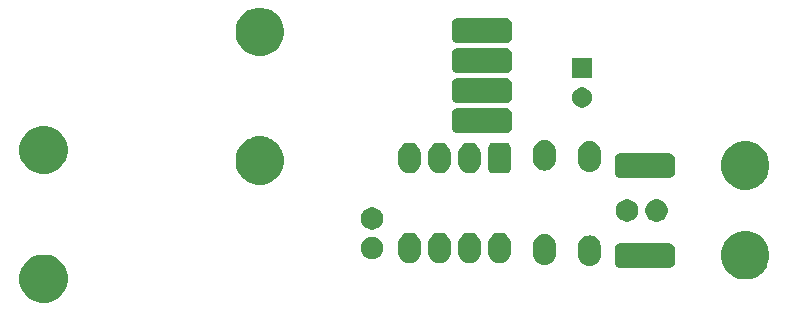
<source format=gbr>
G04 #@! TF.GenerationSoftware,KiCad,Pcbnew,5.1.5+dfsg1-2build2*
G04 #@! TF.CreationDate,2022-07-20T01:20:36+02:00*
G04 #@! TF.ProjectId,CapacitiveSensor,43617061-6369-4746-9976-6553656e736f,rev?*
G04 #@! TF.SameCoordinates,Original*
G04 #@! TF.FileFunction,Soldermask,Top*
G04 #@! TF.FilePolarity,Negative*
%FSLAX46Y46*%
G04 Gerber Fmt 4.6, Leading zero omitted, Abs format (unit mm)*
G04 Created by KiCad (PCBNEW 5.1.5+dfsg1-2build2) date 2022-07-20 01:20:36*
%MOMM*%
%LPD*%
G04 APERTURE LIST*
%ADD10C,0.100000*%
G04 APERTURE END LIST*
D10*
G36*
X26768254Y-69847818D02*
G01*
X27141511Y-70002426D01*
X27141513Y-70002427D01*
X27477436Y-70226884D01*
X27763116Y-70512564D01*
X27956185Y-70801511D01*
X27987574Y-70848489D01*
X28142182Y-71221746D01*
X28221000Y-71617993D01*
X28221000Y-72022007D01*
X28142182Y-72418254D01*
X27987574Y-72791511D01*
X27987573Y-72791513D01*
X27763116Y-73127436D01*
X27477436Y-73413116D01*
X27141513Y-73637573D01*
X27141512Y-73637574D01*
X27141511Y-73637574D01*
X26768254Y-73792182D01*
X26372007Y-73871000D01*
X25967993Y-73871000D01*
X25571746Y-73792182D01*
X25198489Y-73637574D01*
X25198488Y-73637574D01*
X25198487Y-73637573D01*
X24862564Y-73413116D01*
X24576884Y-73127436D01*
X24352427Y-72791513D01*
X24352426Y-72791511D01*
X24197818Y-72418254D01*
X24119000Y-72022007D01*
X24119000Y-71617993D01*
X24197818Y-71221746D01*
X24352426Y-70848489D01*
X24383816Y-70801511D01*
X24576884Y-70512564D01*
X24862564Y-70226884D01*
X25198487Y-70002427D01*
X25198489Y-70002426D01*
X25571746Y-69847818D01*
X25967993Y-69769000D01*
X26372007Y-69769000D01*
X26768254Y-69847818D01*
G37*
G36*
X86163254Y-67857818D02*
G01*
X86536511Y-68012426D01*
X86536513Y-68012427D01*
X86872436Y-68236884D01*
X87158116Y-68522564D01*
X87349572Y-68809097D01*
X87382574Y-68858489D01*
X87537182Y-69231746D01*
X87616000Y-69627993D01*
X87616000Y-70032007D01*
X87537182Y-70428254D01*
X87426738Y-70694889D01*
X87382573Y-70801513D01*
X87158116Y-71137436D01*
X86872436Y-71423116D01*
X86536513Y-71647573D01*
X86536512Y-71647574D01*
X86536511Y-71647574D01*
X86163254Y-71802182D01*
X85767007Y-71881000D01*
X85362993Y-71881000D01*
X84966746Y-71802182D01*
X84593489Y-71647574D01*
X84593488Y-71647574D01*
X84593487Y-71647573D01*
X84257564Y-71423116D01*
X83971884Y-71137436D01*
X83747427Y-70801513D01*
X83703262Y-70694889D01*
X83592818Y-70428254D01*
X83514000Y-70032007D01*
X83514000Y-69627993D01*
X83592818Y-69231746D01*
X83747426Y-68858489D01*
X83780429Y-68809097D01*
X83971884Y-68522564D01*
X84257564Y-68236884D01*
X84593487Y-68012427D01*
X84593489Y-68012426D01*
X84966746Y-67857818D01*
X85362993Y-67779000D01*
X85767007Y-67779000D01*
X86163254Y-67857818D01*
G37*
G36*
X79243210Y-68808489D02*
G01*
X79329950Y-68834802D01*
X79409889Y-68877530D01*
X79479962Y-68935038D01*
X79537470Y-69005111D01*
X79580198Y-69085050D01*
X79606511Y-69171790D01*
X79616000Y-69268140D01*
X79616000Y-70431860D01*
X79606511Y-70528210D01*
X79580198Y-70614950D01*
X79537470Y-70694889D01*
X79479962Y-70764962D01*
X79409889Y-70822470D01*
X79329950Y-70865198D01*
X79243210Y-70891511D01*
X79146860Y-70901000D01*
X74983140Y-70901000D01*
X74886790Y-70891511D01*
X74800050Y-70865198D01*
X74720111Y-70822470D01*
X74650038Y-70764962D01*
X74592530Y-70694889D01*
X74549802Y-70614950D01*
X74523489Y-70528210D01*
X74514000Y-70431860D01*
X74514000Y-69268140D01*
X74523489Y-69171790D01*
X74549802Y-69085050D01*
X74592530Y-69005111D01*
X74650038Y-68935038D01*
X74720111Y-68877530D01*
X74800050Y-68834802D01*
X74886790Y-68808489D01*
X74983140Y-68799000D01*
X79146860Y-68799000D01*
X79243210Y-68808489D01*
G37*
G36*
X72576425Y-68172760D02*
G01*
X72576428Y-68172761D01*
X72576429Y-68172761D01*
X72755693Y-68227140D01*
X72755696Y-68227142D01*
X72755697Y-68227142D01*
X72920903Y-68315446D01*
X73065712Y-68434288D01*
X73184554Y-68579097D01*
X73237725Y-68678574D01*
X73272860Y-68744307D01*
X73300311Y-68834802D01*
X73327240Y-68923574D01*
X73341000Y-69063283D01*
X73341000Y-69856718D01*
X73327240Y-69996425D01*
X73327239Y-69996428D01*
X73327239Y-69996429D01*
X73272860Y-70175693D01*
X73272858Y-70175696D01*
X73272858Y-70175697D01*
X73184554Y-70340903D01*
X73065712Y-70485712D01*
X72920903Y-70604554D01*
X72755696Y-70692858D01*
X72755692Y-70692860D01*
X72576428Y-70747239D01*
X72576427Y-70747239D01*
X72576424Y-70747240D01*
X72390000Y-70765601D01*
X72203575Y-70747240D01*
X72203572Y-70747239D01*
X72203571Y-70747239D01*
X72024307Y-70692860D01*
X72024303Y-70692858D01*
X71859097Y-70604554D01*
X71714288Y-70485712D01*
X71595446Y-70340903D01*
X71507142Y-70175696D01*
X71507141Y-70175693D01*
X71507140Y-70175692D01*
X71452761Y-69996428D01*
X71452761Y-69996427D01*
X71452760Y-69996424D01*
X71439000Y-69856717D01*
X71439000Y-69063282D01*
X71452760Y-68923570D01*
X71507140Y-68744308D01*
X71595447Y-68579097D01*
X71714289Y-68434288D01*
X71859098Y-68315446D01*
X72024304Y-68227142D01*
X72024305Y-68227142D01*
X72024308Y-68227140D01*
X72203572Y-68172761D01*
X72203573Y-68172761D01*
X72203576Y-68172760D01*
X72390000Y-68154399D01*
X72576425Y-68172760D01*
G37*
G36*
X68766425Y-68062760D02*
G01*
X68766428Y-68062761D01*
X68766429Y-68062761D01*
X68945693Y-68117140D01*
X68945696Y-68117142D01*
X68945697Y-68117142D01*
X69110903Y-68205446D01*
X69255712Y-68324288D01*
X69374554Y-68469097D01*
X69433350Y-68579097D01*
X69462860Y-68634307D01*
X69502364Y-68764534D01*
X69517240Y-68813574D01*
X69531000Y-68953283D01*
X69531000Y-69746718D01*
X69517240Y-69886425D01*
X69517239Y-69886428D01*
X69517239Y-69886429D01*
X69462860Y-70065693D01*
X69462858Y-70065696D01*
X69462858Y-70065697D01*
X69374554Y-70230903D01*
X69255712Y-70375712D01*
X69110903Y-70494554D01*
X68957404Y-70576600D01*
X68945692Y-70582860D01*
X68766428Y-70637239D01*
X68766427Y-70637239D01*
X68766424Y-70637240D01*
X68580000Y-70655601D01*
X68393575Y-70637240D01*
X68393572Y-70637239D01*
X68393571Y-70637239D01*
X68214307Y-70582860D01*
X68202595Y-70576600D01*
X68049097Y-70494554D01*
X67904288Y-70375712D01*
X67785446Y-70230903D01*
X67697142Y-70065696D01*
X67697141Y-70065693D01*
X67697140Y-70065692D01*
X67642761Y-69886428D01*
X67642761Y-69886427D01*
X67642760Y-69886424D01*
X67629000Y-69746717D01*
X67629000Y-68953282D01*
X67642760Y-68813570D01*
X67697140Y-68634308D01*
X67785447Y-68469097D01*
X67904289Y-68324288D01*
X68049098Y-68205446D01*
X68214304Y-68117142D01*
X68214305Y-68117142D01*
X68214308Y-68117140D01*
X68393572Y-68062761D01*
X68393573Y-68062761D01*
X68393576Y-68062760D01*
X68580000Y-68044399D01*
X68766425Y-68062760D01*
G37*
G36*
X57336425Y-67927760D02*
G01*
X57336428Y-67927761D01*
X57336429Y-67927761D01*
X57515693Y-67982140D01*
X57515696Y-67982142D01*
X57515697Y-67982142D01*
X57680903Y-68070446D01*
X57825712Y-68189288D01*
X57944554Y-68334097D01*
X58032859Y-68499305D01*
X58087240Y-68678574D01*
X58101000Y-68818283D01*
X58101000Y-69611718D01*
X58087240Y-69751425D01*
X58087239Y-69751428D01*
X58087239Y-69751429D01*
X58032860Y-69930693D01*
X58032858Y-69930696D01*
X58032858Y-69930697D01*
X57944554Y-70095903D01*
X57825712Y-70240712D01*
X57680903Y-70359554D01*
X57545626Y-70431860D01*
X57515692Y-70447860D01*
X57336428Y-70502239D01*
X57336427Y-70502239D01*
X57336424Y-70502240D01*
X57150000Y-70520601D01*
X56963575Y-70502240D01*
X56963572Y-70502239D01*
X56963571Y-70502239D01*
X56784307Y-70447860D01*
X56754373Y-70431860D01*
X56619097Y-70359554D01*
X56474288Y-70240712D01*
X56355446Y-70095903D01*
X56267142Y-69930696D01*
X56267141Y-69930693D01*
X56267140Y-69930692D01*
X56212761Y-69751428D01*
X56212761Y-69751427D01*
X56212760Y-69751424D01*
X56199000Y-69611717D01*
X56199000Y-68818282D01*
X56212760Y-68678570D01*
X56267140Y-68499308D01*
X56355447Y-68334097D01*
X56474289Y-68189288D01*
X56619098Y-68070446D01*
X56784304Y-67982142D01*
X56784305Y-67982142D01*
X56784308Y-67982140D01*
X56963572Y-67927761D01*
X56963573Y-67927761D01*
X56963576Y-67927760D01*
X57150000Y-67909399D01*
X57336425Y-67927760D01*
G37*
G36*
X59876425Y-67927760D02*
G01*
X59876428Y-67927761D01*
X59876429Y-67927761D01*
X60055693Y-67982140D01*
X60055696Y-67982142D01*
X60055697Y-67982142D01*
X60220903Y-68070446D01*
X60365712Y-68189288D01*
X60484554Y-68334097D01*
X60572859Y-68499305D01*
X60627240Y-68678574D01*
X60641000Y-68818283D01*
X60641000Y-69611718D01*
X60627240Y-69751425D01*
X60627239Y-69751428D01*
X60627239Y-69751429D01*
X60572860Y-69930693D01*
X60572858Y-69930696D01*
X60572858Y-69930697D01*
X60484554Y-70095903D01*
X60365712Y-70240712D01*
X60220903Y-70359554D01*
X60085626Y-70431860D01*
X60055692Y-70447860D01*
X59876428Y-70502239D01*
X59876427Y-70502239D01*
X59876424Y-70502240D01*
X59690000Y-70520601D01*
X59503575Y-70502240D01*
X59503572Y-70502239D01*
X59503571Y-70502239D01*
X59324307Y-70447860D01*
X59294373Y-70431860D01*
X59159097Y-70359554D01*
X59014288Y-70240712D01*
X58895446Y-70095903D01*
X58807142Y-69930696D01*
X58807141Y-69930693D01*
X58807140Y-69930692D01*
X58752761Y-69751428D01*
X58752761Y-69751427D01*
X58752760Y-69751424D01*
X58739000Y-69611717D01*
X58739000Y-68818282D01*
X58752760Y-68678570D01*
X58807140Y-68499308D01*
X58895447Y-68334097D01*
X59014289Y-68189288D01*
X59159098Y-68070446D01*
X59324304Y-67982142D01*
X59324305Y-67982142D01*
X59324308Y-67982140D01*
X59503572Y-67927761D01*
X59503573Y-67927761D01*
X59503576Y-67927760D01*
X59690000Y-67909399D01*
X59876425Y-67927760D01*
G37*
G36*
X62416425Y-67927760D02*
G01*
X62416428Y-67927761D01*
X62416429Y-67927761D01*
X62595693Y-67982140D01*
X62595696Y-67982142D01*
X62595697Y-67982142D01*
X62760903Y-68070446D01*
X62905712Y-68189288D01*
X63024554Y-68334097D01*
X63112859Y-68499305D01*
X63167240Y-68678574D01*
X63181000Y-68818283D01*
X63181000Y-69611718D01*
X63167240Y-69751425D01*
X63167239Y-69751428D01*
X63167239Y-69751429D01*
X63112860Y-69930693D01*
X63112858Y-69930696D01*
X63112858Y-69930697D01*
X63024554Y-70095903D01*
X62905712Y-70240712D01*
X62760903Y-70359554D01*
X62625626Y-70431860D01*
X62595692Y-70447860D01*
X62416428Y-70502239D01*
X62416427Y-70502239D01*
X62416424Y-70502240D01*
X62230000Y-70520601D01*
X62043575Y-70502240D01*
X62043572Y-70502239D01*
X62043571Y-70502239D01*
X61864307Y-70447860D01*
X61834373Y-70431860D01*
X61699097Y-70359554D01*
X61554288Y-70240712D01*
X61435446Y-70095903D01*
X61347142Y-69930696D01*
X61347141Y-69930693D01*
X61347140Y-69930692D01*
X61292761Y-69751428D01*
X61292761Y-69751427D01*
X61292760Y-69751424D01*
X61279000Y-69611717D01*
X61279000Y-68818282D01*
X61292760Y-68678570D01*
X61347140Y-68499308D01*
X61435447Y-68334097D01*
X61554289Y-68189288D01*
X61699098Y-68070446D01*
X61864304Y-67982142D01*
X61864305Y-67982142D01*
X61864308Y-67982140D01*
X62043572Y-67927761D01*
X62043573Y-67927761D01*
X62043576Y-67927760D01*
X62230000Y-67909399D01*
X62416425Y-67927760D01*
G37*
G36*
X64956425Y-67927760D02*
G01*
X64956428Y-67927761D01*
X64956429Y-67927761D01*
X65135693Y-67982140D01*
X65135696Y-67982142D01*
X65135697Y-67982142D01*
X65300903Y-68070446D01*
X65445712Y-68189288D01*
X65564554Y-68334097D01*
X65652859Y-68499305D01*
X65707240Y-68678574D01*
X65721000Y-68818283D01*
X65721000Y-69611718D01*
X65707240Y-69751425D01*
X65707239Y-69751428D01*
X65707239Y-69751429D01*
X65652860Y-69930693D01*
X65652858Y-69930696D01*
X65652858Y-69930697D01*
X65564554Y-70095903D01*
X65445712Y-70240712D01*
X65300903Y-70359554D01*
X65165626Y-70431860D01*
X65135692Y-70447860D01*
X64956428Y-70502239D01*
X64956427Y-70502239D01*
X64956424Y-70502240D01*
X64770000Y-70520601D01*
X64583575Y-70502240D01*
X64583572Y-70502239D01*
X64583571Y-70502239D01*
X64404307Y-70447860D01*
X64374373Y-70431860D01*
X64239097Y-70359554D01*
X64094288Y-70240712D01*
X63975446Y-70095903D01*
X63887142Y-69930696D01*
X63887141Y-69930693D01*
X63887140Y-69930692D01*
X63832761Y-69751428D01*
X63832761Y-69751427D01*
X63832760Y-69751424D01*
X63819000Y-69611717D01*
X63819000Y-68818282D01*
X63832760Y-68678570D01*
X63887140Y-68499308D01*
X63975447Y-68334097D01*
X64094289Y-68189288D01*
X64239098Y-68070446D01*
X64404304Y-67982142D01*
X64404305Y-67982142D01*
X64404308Y-67982140D01*
X64583572Y-67927761D01*
X64583573Y-67927761D01*
X64583576Y-67927760D01*
X64770000Y-67909399D01*
X64956425Y-67927760D01*
G37*
G36*
X54252395Y-68300546D02*
G01*
X54425466Y-68372234D01*
X54425467Y-68372235D01*
X54581227Y-68476310D01*
X54713690Y-68608773D01*
X54713691Y-68608775D01*
X54817766Y-68764534D01*
X54889454Y-68937605D01*
X54926000Y-69121333D01*
X54926000Y-69308667D01*
X54889454Y-69492395D01*
X54817766Y-69665466D01*
X54817765Y-69665467D01*
X54713690Y-69821227D01*
X54581227Y-69953690D01*
X54517271Y-69996424D01*
X54425466Y-70057766D01*
X54252395Y-70129454D01*
X54068667Y-70166000D01*
X53881333Y-70166000D01*
X53697605Y-70129454D01*
X53524534Y-70057766D01*
X53432729Y-69996424D01*
X53368773Y-69953690D01*
X53236310Y-69821227D01*
X53132235Y-69665467D01*
X53132234Y-69665466D01*
X53060546Y-69492395D01*
X53024000Y-69308667D01*
X53024000Y-69121333D01*
X53060546Y-68937605D01*
X53132234Y-68764534D01*
X53236309Y-68608775D01*
X53236310Y-68608773D01*
X53368773Y-68476310D01*
X53524533Y-68372235D01*
X53524534Y-68372234D01*
X53697605Y-68300546D01*
X53881333Y-68264000D01*
X54068667Y-68264000D01*
X54252395Y-68300546D01*
G37*
G36*
X54252395Y-65800546D02*
G01*
X54425466Y-65872234D01*
X54425467Y-65872235D01*
X54581227Y-65976310D01*
X54713690Y-66108773D01*
X54766081Y-66187182D01*
X54817766Y-66264534D01*
X54889454Y-66437605D01*
X54926000Y-66621333D01*
X54926000Y-66808667D01*
X54889454Y-66992395D01*
X54817766Y-67165466D01*
X54817765Y-67165467D01*
X54713690Y-67321227D01*
X54581227Y-67453690D01*
X54502818Y-67506081D01*
X54425466Y-67557766D01*
X54252395Y-67629454D01*
X54068667Y-67666000D01*
X53881333Y-67666000D01*
X53697605Y-67629454D01*
X53524534Y-67557766D01*
X53447182Y-67506081D01*
X53368773Y-67453690D01*
X53236310Y-67321227D01*
X53132235Y-67165467D01*
X53132234Y-67165466D01*
X53060546Y-66992395D01*
X53024000Y-66808667D01*
X53024000Y-66621333D01*
X53060546Y-66437605D01*
X53132234Y-66264534D01*
X53183919Y-66187182D01*
X53236310Y-66108773D01*
X53368773Y-65976310D01*
X53524533Y-65872235D01*
X53524534Y-65872234D01*
X53697605Y-65800546D01*
X53881333Y-65764000D01*
X54068667Y-65764000D01*
X54252395Y-65800546D01*
G37*
G36*
X75842395Y-65125546D02*
G01*
X76015466Y-65197234D01*
X76015467Y-65197235D01*
X76171227Y-65301310D01*
X76303690Y-65433773D01*
X76303691Y-65433775D01*
X76407766Y-65589534D01*
X76479454Y-65762605D01*
X76516000Y-65946333D01*
X76516000Y-66133667D01*
X76479454Y-66317395D01*
X76407766Y-66490466D01*
X76407765Y-66490467D01*
X76303690Y-66646227D01*
X76171227Y-66778690D01*
X76126366Y-66808665D01*
X76015466Y-66882766D01*
X75842395Y-66954454D01*
X75658667Y-66991000D01*
X75471333Y-66991000D01*
X75287605Y-66954454D01*
X75114534Y-66882766D01*
X75003634Y-66808665D01*
X74958773Y-66778690D01*
X74826310Y-66646227D01*
X74722235Y-66490467D01*
X74722234Y-66490466D01*
X74650546Y-66317395D01*
X74614000Y-66133667D01*
X74614000Y-65946333D01*
X74650546Y-65762605D01*
X74722234Y-65589534D01*
X74826309Y-65433775D01*
X74826310Y-65433773D01*
X74958773Y-65301310D01*
X75114533Y-65197235D01*
X75114534Y-65197234D01*
X75287605Y-65125546D01*
X75471333Y-65089000D01*
X75658667Y-65089000D01*
X75842395Y-65125546D01*
G37*
G36*
X78342395Y-65125546D02*
G01*
X78515466Y-65197234D01*
X78515467Y-65197235D01*
X78671227Y-65301310D01*
X78803690Y-65433773D01*
X78803691Y-65433775D01*
X78907766Y-65589534D01*
X78979454Y-65762605D01*
X79016000Y-65946333D01*
X79016000Y-66133667D01*
X78979454Y-66317395D01*
X78907766Y-66490466D01*
X78907765Y-66490467D01*
X78803690Y-66646227D01*
X78671227Y-66778690D01*
X78626366Y-66808665D01*
X78515466Y-66882766D01*
X78342395Y-66954454D01*
X78158667Y-66991000D01*
X77971333Y-66991000D01*
X77787605Y-66954454D01*
X77614534Y-66882766D01*
X77503634Y-66808665D01*
X77458773Y-66778690D01*
X77326310Y-66646227D01*
X77222235Y-66490467D01*
X77222234Y-66490466D01*
X77150546Y-66317395D01*
X77114000Y-66133667D01*
X77114000Y-65946333D01*
X77150546Y-65762605D01*
X77222234Y-65589534D01*
X77326309Y-65433775D01*
X77326310Y-65433773D01*
X77458773Y-65301310D01*
X77614533Y-65197235D01*
X77614534Y-65197234D01*
X77787605Y-65125546D01*
X77971333Y-65089000D01*
X78158667Y-65089000D01*
X78342395Y-65125546D01*
G37*
G36*
X86163254Y-60257818D02*
G01*
X86536511Y-60412426D01*
X86536513Y-60412427D01*
X86872436Y-60636884D01*
X87158116Y-60922564D01*
X87381934Y-61257530D01*
X87382574Y-61258489D01*
X87537182Y-61631746D01*
X87616000Y-62027993D01*
X87616000Y-62432007D01*
X87537182Y-62828254D01*
X87382574Y-63201511D01*
X87382573Y-63201513D01*
X87158116Y-63537436D01*
X86872436Y-63823116D01*
X86536513Y-64047573D01*
X86536512Y-64047574D01*
X86536511Y-64047574D01*
X86163254Y-64202182D01*
X85767007Y-64281000D01*
X85362993Y-64281000D01*
X84966746Y-64202182D01*
X84593489Y-64047574D01*
X84593488Y-64047574D01*
X84593487Y-64047573D01*
X84257564Y-63823116D01*
X83971884Y-63537436D01*
X83747427Y-63201513D01*
X83747426Y-63201511D01*
X83592818Y-62828254D01*
X83514000Y-62432007D01*
X83514000Y-62027993D01*
X83592818Y-61631746D01*
X83747426Y-61258489D01*
X83748067Y-61257530D01*
X83971884Y-60922564D01*
X84257564Y-60636884D01*
X84593487Y-60412427D01*
X84593489Y-60412426D01*
X84966746Y-60257818D01*
X85362993Y-60179000D01*
X85767007Y-60179000D01*
X86163254Y-60257818D01*
G37*
G36*
X45068254Y-59847818D02*
G01*
X45311295Y-59948489D01*
X45441513Y-60002427D01*
X45777436Y-60226884D01*
X46063116Y-60512564D01*
X46217963Y-60744308D01*
X46287574Y-60848489D01*
X46442182Y-61221746D01*
X46521000Y-61617993D01*
X46521000Y-62022007D01*
X46442182Y-62418254D01*
X46302490Y-62755500D01*
X46287573Y-62791513D01*
X46063116Y-63127436D01*
X45777436Y-63413116D01*
X45441513Y-63637573D01*
X45441512Y-63637574D01*
X45441511Y-63637574D01*
X45068254Y-63792182D01*
X44672007Y-63871000D01*
X44267993Y-63871000D01*
X43871746Y-63792182D01*
X43498489Y-63637574D01*
X43498488Y-63637574D01*
X43498487Y-63637573D01*
X43162564Y-63413116D01*
X42876884Y-63127436D01*
X42652427Y-62791513D01*
X42637510Y-62755500D01*
X42497818Y-62418254D01*
X42419000Y-62022007D01*
X42419000Y-61617993D01*
X42497818Y-61221746D01*
X42652426Y-60848489D01*
X42722038Y-60744308D01*
X42876884Y-60512564D01*
X43162564Y-60226884D01*
X43498487Y-60002427D01*
X43628705Y-59948489D01*
X43871746Y-59847818D01*
X44267993Y-59769000D01*
X44672007Y-59769000D01*
X45068254Y-59847818D01*
G37*
G36*
X79243210Y-61188489D02*
G01*
X79329950Y-61214802D01*
X79409889Y-61257530D01*
X79479962Y-61315038D01*
X79537470Y-61385111D01*
X79580198Y-61465050D01*
X79606511Y-61551790D01*
X79616000Y-61648140D01*
X79616000Y-62811860D01*
X79606511Y-62908210D01*
X79580198Y-62994950D01*
X79537470Y-63074889D01*
X79479962Y-63144962D01*
X79409889Y-63202470D01*
X79329950Y-63245198D01*
X79243210Y-63271511D01*
X79146860Y-63281000D01*
X74983140Y-63281000D01*
X74886790Y-63271511D01*
X74800050Y-63245198D01*
X74720111Y-63202470D01*
X74650038Y-63144962D01*
X74592530Y-63074889D01*
X74549802Y-62994950D01*
X74523489Y-62908210D01*
X74514000Y-62811860D01*
X74514000Y-61648140D01*
X74523489Y-61551790D01*
X74549802Y-61465050D01*
X74592530Y-61385111D01*
X74650038Y-61315038D01*
X74720111Y-61257530D01*
X74800050Y-61214802D01*
X74886790Y-61188489D01*
X74983140Y-61179000D01*
X79146860Y-61179000D01*
X79243210Y-61188489D01*
G37*
G36*
X26768254Y-58947818D02*
G01*
X27141511Y-59102426D01*
X27141513Y-59102427D01*
X27477436Y-59326884D01*
X27763116Y-59612564D01*
X27920309Y-59847819D01*
X27987574Y-59948489D01*
X28142182Y-60321746D01*
X28221000Y-60717993D01*
X28221000Y-61122007D01*
X28142182Y-61518254D01*
X28047549Y-61746718D01*
X27987573Y-61891513D01*
X27763116Y-62227436D01*
X27477436Y-62513116D01*
X27141513Y-62737573D01*
X27141512Y-62737574D01*
X27141511Y-62737574D01*
X26768254Y-62892182D01*
X26372007Y-62971000D01*
X25967993Y-62971000D01*
X25571746Y-62892182D01*
X25198489Y-62737574D01*
X25198488Y-62737574D01*
X25198487Y-62737573D01*
X24862564Y-62513116D01*
X24576884Y-62227436D01*
X24352427Y-61891513D01*
X24292451Y-61746718D01*
X24197818Y-61518254D01*
X24119000Y-61122007D01*
X24119000Y-60717993D01*
X24197818Y-60321746D01*
X24352426Y-59948489D01*
X24419692Y-59847819D01*
X24576884Y-59612564D01*
X24862564Y-59326884D01*
X25198487Y-59102427D01*
X25198489Y-59102426D01*
X25571746Y-58947818D01*
X25967993Y-58869000D01*
X26372007Y-58869000D01*
X26768254Y-58947818D01*
G37*
G36*
X62416425Y-60307760D02*
G01*
X62416428Y-60307761D01*
X62416429Y-60307761D01*
X62595693Y-60362140D01*
X62595696Y-60362142D01*
X62595697Y-60362142D01*
X62760903Y-60450446D01*
X62905712Y-60569288D01*
X63024554Y-60714097D01*
X63112859Y-60879305D01*
X63112860Y-60879307D01*
X63157117Y-61025203D01*
X63167240Y-61058574D01*
X63181000Y-61198283D01*
X63181000Y-61991718D01*
X63167240Y-62131425D01*
X63167239Y-62131428D01*
X63167239Y-62131429D01*
X63112860Y-62310693D01*
X63112858Y-62310696D01*
X63112858Y-62310697D01*
X63024554Y-62475903D01*
X62905712Y-62620712D01*
X62760903Y-62739554D01*
X62663693Y-62791513D01*
X62595692Y-62827860D01*
X62416428Y-62882239D01*
X62416427Y-62882239D01*
X62416424Y-62882240D01*
X62230000Y-62900601D01*
X62043575Y-62882240D01*
X62043572Y-62882239D01*
X62043571Y-62882239D01*
X61864307Y-62827860D01*
X61834373Y-62811860D01*
X61699097Y-62739554D01*
X61554288Y-62620712D01*
X61435446Y-62475903D01*
X61347142Y-62310696D01*
X61347141Y-62310693D01*
X61347140Y-62310692D01*
X61292761Y-62131428D01*
X61292761Y-62131427D01*
X61292760Y-62131424D01*
X61279000Y-61991717D01*
X61279000Y-61198282D01*
X61292760Y-61058570D01*
X61347140Y-60879308D01*
X61435447Y-60714097D01*
X61554289Y-60569288D01*
X61699098Y-60450446D01*
X61864304Y-60362142D01*
X61864305Y-60362142D01*
X61864308Y-60362140D01*
X62043572Y-60307761D01*
X62043573Y-60307761D01*
X62043576Y-60307760D01*
X62230000Y-60289399D01*
X62416425Y-60307760D01*
G37*
G36*
X59876425Y-60307760D02*
G01*
X59876428Y-60307761D01*
X59876429Y-60307761D01*
X60055693Y-60362140D01*
X60055696Y-60362142D01*
X60055697Y-60362142D01*
X60220903Y-60450446D01*
X60365712Y-60569288D01*
X60484554Y-60714097D01*
X60572859Y-60879305D01*
X60572860Y-60879307D01*
X60617117Y-61025203D01*
X60627240Y-61058574D01*
X60641000Y-61198283D01*
X60641000Y-61991718D01*
X60627240Y-62131425D01*
X60627239Y-62131428D01*
X60627239Y-62131429D01*
X60572860Y-62310693D01*
X60572858Y-62310696D01*
X60572858Y-62310697D01*
X60484554Y-62475903D01*
X60365712Y-62620712D01*
X60220903Y-62739554D01*
X60123693Y-62791513D01*
X60055692Y-62827860D01*
X59876428Y-62882239D01*
X59876427Y-62882239D01*
X59876424Y-62882240D01*
X59690000Y-62900601D01*
X59503575Y-62882240D01*
X59503572Y-62882239D01*
X59503571Y-62882239D01*
X59324307Y-62827860D01*
X59294373Y-62811860D01*
X59159097Y-62739554D01*
X59014288Y-62620712D01*
X58895446Y-62475903D01*
X58807142Y-62310696D01*
X58807141Y-62310693D01*
X58807140Y-62310692D01*
X58752761Y-62131428D01*
X58752761Y-62131427D01*
X58752760Y-62131424D01*
X58739000Y-61991717D01*
X58739000Y-61198282D01*
X58752760Y-61058570D01*
X58807140Y-60879308D01*
X58895447Y-60714097D01*
X59014289Y-60569288D01*
X59159098Y-60450446D01*
X59324304Y-60362142D01*
X59324305Y-60362142D01*
X59324308Y-60362140D01*
X59503572Y-60307761D01*
X59503573Y-60307761D01*
X59503576Y-60307760D01*
X59690000Y-60289399D01*
X59876425Y-60307760D01*
G37*
G36*
X57336425Y-60307760D02*
G01*
X57336428Y-60307761D01*
X57336429Y-60307761D01*
X57515693Y-60362140D01*
X57515696Y-60362142D01*
X57515697Y-60362142D01*
X57680903Y-60450446D01*
X57825712Y-60569288D01*
X57944554Y-60714097D01*
X58032859Y-60879305D01*
X58032860Y-60879307D01*
X58077117Y-61025203D01*
X58087240Y-61058574D01*
X58101000Y-61198283D01*
X58101000Y-61991718D01*
X58087240Y-62131425D01*
X58087239Y-62131428D01*
X58087239Y-62131429D01*
X58032860Y-62310693D01*
X58032858Y-62310696D01*
X58032858Y-62310697D01*
X57944554Y-62475903D01*
X57825712Y-62620712D01*
X57680903Y-62739554D01*
X57583693Y-62791513D01*
X57515692Y-62827860D01*
X57336428Y-62882239D01*
X57336427Y-62882239D01*
X57336424Y-62882240D01*
X57150000Y-62900601D01*
X56963575Y-62882240D01*
X56963572Y-62882239D01*
X56963571Y-62882239D01*
X56784307Y-62827860D01*
X56754373Y-62811860D01*
X56619097Y-62739554D01*
X56474288Y-62620712D01*
X56355446Y-62475903D01*
X56267142Y-62310696D01*
X56267141Y-62310693D01*
X56267140Y-62310692D01*
X56212761Y-62131428D01*
X56212761Y-62131427D01*
X56212760Y-62131424D01*
X56199000Y-61991717D01*
X56199000Y-61198282D01*
X56212760Y-61058570D01*
X56267140Y-60879308D01*
X56355447Y-60714097D01*
X56474289Y-60569288D01*
X56619098Y-60450446D01*
X56784304Y-60362142D01*
X56784305Y-60362142D01*
X56784308Y-60362140D01*
X56963572Y-60307761D01*
X56963573Y-60307761D01*
X56963576Y-60307760D01*
X57150000Y-60289399D01*
X57336425Y-60307760D01*
G37*
G36*
X65388455Y-60302528D02*
G01*
X65465812Y-60325995D01*
X65537117Y-60364108D01*
X65599608Y-60415392D01*
X65650892Y-60477883D01*
X65689005Y-60549188D01*
X65712472Y-60626545D01*
X65721000Y-60713140D01*
X65721000Y-62476860D01*
X65712472Y-62563455D01*
X65689005Y-62640812D01*
X65650892Y-62712117D01*
X65599608Y-62774608D01*
X65537117Y-62825892D01*
X65465812Y-62864005D01*
X65388455Y-62887472D01*
X65301860Y-62896000D01*
X64238140Y-62896000D01*
X64151545Y-62887472D01*
X64074188Y-62864005D01*
X64002883Y-62825892D01*
X63940392Y-62774608D01*
X63889108Y-62712117D01*
X63850995Y-62640812D01*
X63827528Y-62563455D01*
X63819000Y-62476860D01*
X63819000Y-60713140D01*
X63827528Y-60626545D01*
X63850995Y-60549188D01*
X63889108Y-60477883D01*
X63940392Y-60415392D01*
X64002883Y-60364108D01*
X64074188Y-60325995D01*
X64151545Y-60302528D01*
X64238140Y-60294000D01*
X65301860Y-60294000D01*
X65388455Y-60302528D01*
G37*
G36*
X72576425Y-60172760D02*
G01*
X72576428Y-60172761D01*
X72576429Y-60172761D01*
X72755693Y-60227140D01*
X72755696Y-60227142D01*
X72755697Y-60227142D01*
X72920903Y-60315446D01*
X73065712Y-60434288D01*
X73184554Y-60579097D01*
X73272859Y-60744305D01*
X73272860Y-60744307D01*
X73304463Y-60848489D01*
X73327240Y-60923574D01*
X73341000Y-61063283D01*
X73341000Y-61856718D01*
X73327240Y-61996425D01*
X73327239Y-61996428D01*
X73327239Y-61996429D01*
X73272860Y-62175693D01*
X73272858Y-62175696D01*
X73272858Y-62175697D01*
X73184554Y-62340903D01*
X73065712Y-62485712D01*
X72920903Y-62604554D01*
X72771007Y-62684674D01*
X72755692Y-62692860D01*
X72576428Y-62747239D01*
X72576427Y-62747239D01*
X72576424Y-62747240D01*
X72390000Y-62765601D01*
X72203575Y-62747240D01*
X72203572Y-62747239D01*
X72203571Y-62747239D01*
X72024307Y-62692860D01*
X72008992Y-62684674D01*
X71859097Y-62604554D01*
X71714288Y-62485712D01*
X71595446Y-62340903D01*
X71507142Y-62175696D01*
X71507141Y-62175693D01*
X71507140Y-62175692D01*
X71452761Y-61996428D01*
X71452761Y-61996427D01*
X71452760Y-61996424D01*
X71439000Y-61856717D01*
X71439000Y-61063282D01*
X71452760Y-60923570D01*
X71507140Y-60744308D01*
X71595447Y-60579097D01*
X71714289Y-60434288D01*
X71859098Y-60315446D01*
X72024304Y-60227142D01*
X72024305Y-60227142D01*
X72024308Y-60227140D01*
X72203572Y-60172761D01*
X72203573Y-60172761D01*
X72203576Y-60172760D01*
X72390000Y-60154399D01*
X72576425Y-60172760D01*
G37*
G36*
X68766425Y-60062760D02*
G01*
X68766428Y-60062761D01*
X68766429Y-60062761D01*
X68945693Y-60117140D01*
X68945696Y-60117142D01*
X68945697Y-60117142D01*
X69110903Y-60205446D01*
X69255712Y-60324288D01*
X69374554Y-60469097D01*
X69458711Y-60626545D01*
X69462860Y-60634307D01*
X69487064Y-60714097D01*
X69517240Y-60813574D01*
X69531000Y-60953283D01*
X69531000Y-61746718D01*
X69517240Y-61886425D01*
X69517239Y-61886428D01*
X69517239Y-61886429D01*
X69462860Y-62065693D01*
X69462858Y-62065696D01*
X69462858Y-62065697D01*
X69374554Y-62230903D01*
X69255712Y-62375712D01*
X69110903Y-62494554D01*
X68945696Y-62582858D01*
X68945692Y-62582860D01*
X68766428Y-62637239D01*
X68766427Y-62637239D01*
X68766424Y-62637240D01*
X68580000Y-62655601D01*
X68393575Y-62637240D01*
X68393572Y-62637239D01*
X68393571Y-62637239D01*
X68214307Y-62582860D01*
X68214303Y-62582858D01*
X68049097Y-62494554D01*
X67904288Y-62375712D01*
X67785446Y-62230903D01*
X67697142Y-62065696D01*
X67697141Y-62065693D01*
X67697140Y-62065692D01*
X67642761Y-61886428D01*
X67642761Y-61886427D01*
X67642760Y-61886424D01*
X67629000Y-61746717D01*
X67629000Y-60953282D01*
X67642760Y-60813570D01*
X67697140Y-60634308D01*
X67785447Y-60469097D01*
X67904289Y-60324288D01*
X68049098Y-60205446D01*
X68214304Y-60117142D01*
X68214305Y-60117142D01*
X68214308Y-60117140D01*
X68393572Y-60062761D01*
X68393573Y-60062761D01*
X68393576Y-60062760D01*
X68580000Y-60044399D01*
X68766425Y-60062760D01*
G37*
G36*
X65448210Y-57378489D02*
G01*
X65534950Y-57404802D01*
X65614889Y-57447530D01*
X65684962Y-57505038D01*
X65742470Y-57575111D01*
X65785198Y-57655050D01*
X65811511Y-57741790D01*
X65821000Y-57838140D01*
X65821000Y-59001860D01*
X65811511Y-59098210D01*
X65785198Y-59184950D01*
X65742470Y-59264889D01*
X65684962Y-59334962D01*
X65614889Y-59392470D01*
X65534950Y-59435198D01*
X65448210Y-59461511D01*
X65351860Y-59471000D01*
X61188140Y-59471000D01*
X61091790Y-59461511D01*
X61005050Y-59435198D01*
X60925111Y-59392470D01*
X60855038Y-59334962D01*
X60797530Y-59264889D01*
X60754802Y-59184950D01*
X60728489Y-59098210D01*
X60719000Y-59001860D01*
X60719000Y-57838140D01*
X60728489Y-57741790D01*
X60754802Y-57655050D01*
X60797530Y-57575111D01*
X60855038Y-57505038D01*
X60925111Y-57447530D01*
X61005050Y-57404802D01*
X61091790Y-57378489D01*
X61188140Y-57369000D01*
X65351860Y-57369000D01*
X65448210Y-57378489D01*
G37*
G36*
X72003228Y-55656703D02*
G01*
X72158100Y-55720853D01*
X72297481Y-55813985D01*
X72416015Y-55932519D01*
X72509147Y-56071900D01*
X72573297Y-56226772D01*
X72606000Y-56391184D01*
X72606000Y-56558816D01*
X72573297Y-56723228D01*
X72509147Y-56878100D01*
X72416015Y-57017481D01*
X72297481Y-57136015D01*
X72158100Y-57229147D01*
X72003228Y-57293297D01*
X71838816Y-57326000D01*
X71671184Y-57326000D01*
X71506772Y-57293297D01*
X71351900Y-57229147D01*
X71212519Y-57136015D01*
X71093985Y-57017481D01*
X71000853Y-56878100D01*
X70936703Y-56723228D01*
X70904000Y-56558816D01*
X70904000Y-56391184D01*
X70936703Y-56226772D01*
X71000853Y-56071900D01*
X71093985Y-55932519D01*
X71212519Y-55813985D01*
X71351900Y-55720853D01*
X71506772Y-55656703D01*
X71671184Y-55624000D01*
X71838816Y-55624000D01*
X72003228Y-55656703D01*
G37*
G36*
X65448210Y-54838489D02*
G01*
X65534950Y-54864802D01*
X65614889Y-54907530D01*
X65684962Y-54965038D01*
X65742470Y-55035111D01*
X65785198Y-55115050D01*
X65811511Y-55201790D01*
X65821000Y-55298140D01*
X65821000Y-56461860D01*
X65811511Y-56558210D01*
X65785198Y-56644950D01*
X65742470Y-56724889D01*
X65684962Y-56794962D01*
X65614889Y-56852470D01*
X65534950Y-56895198D01*
X65448210Y-56921511D01*
X65351860Y-56931000D01*
X61188140Y-56931000D01*
X61091790Y-56921511D01*
X61005050Y-56895198D01*
X60925111Y-56852470D01*
X60855038Y-56794962D01*
X60797530Y-56724889D01*
X60754802Y-56644950D01*
X60728489Y-56558210D01*
X60719000Y-56461860D01*
X60719000Y-55298140D01*
X60728489Y-55201790D01*
X60754802Y-55115050D01*
X60797530Y-55035111D01*
X60855038Y-54965038D01*
X60925111Y-54907530D01*
X61005050Y-54864802D01*
X61091790Y-54838489D01*
X61188140Y-54829000D01*
X65351860Y-54829000D01*
X65448210Y-54838489D01*
G37*
G36*
X72606000Y-54826000D02*
G01*
X70904000Y-54826000D01*
X70904000Y-53124000D01*
X72606000Y-53124000D01*
X72606000Y-54826000D01*
G37*
G36*
X65448210Y-52298489D02*
G01*
X65534950Y-52324802D01*
X65614889Y-52367530D01*
X65684962Y-52425038D01*
X65742470Y-52495111D01*
X65785198Y-52575050D01*
X65811511Y-52661790D01*
X65821000Y-52758140D01*
X65821000Y-53921860D01*
X65811511Y-54018210D01*
X65785198Y-54104950D01*
X65742470Y-54184889D01*
X65684962Y-54254962D01*
X65614889Y-54312470D01*
X65534950Y-54355198D01*
X65448210Y-54381511D01*
X65351860Y-54391000D01*
X61188140Y-54391000D01*
X61091790Y-54381511D01*
X61005050Y-54355198D01*
X60925111Y-54312470D01*
X60855038Y-54254962D01*
X60797530Y-54184889D01*
X60754802Y-54104950D01*
X60728489Y-54018210D01*
X60719000Y-53921860D01*
X60719000Y-52758140D01*
X60728489Y-52661790D01*
X60754802Y-52575050D01*
X60797530Y-52495111D01*
X60855038Y-52425038D01*
X60925111Y-52367530D01*
X61005050Y-52324802D01*
X61091790Y-52298489D01*
X61188140Y-52289000D01*
X65351860Y-52289000D01*
X65448210Y-52298489D01*
G37*
G36*
X45068254Y-48947818D02*
G01*
X45441511Y-49102426D01*
X45441513Y-49102427D01*
X45777436Y-49326884D01*
X46063116Y-49612564D01*
X46257123Y-49902915D01*
X46287574Y-49948489D01*
X46442182Y-50321746D01*
X46521000Y-50717993D01*
X46521000Y-51122007D01*
X46442182Y-51518254D01*
X46304354Y-51851000D01*
X46287573Y-51891513D01*
X46063116Y-52227436D01*
X45777436Y-52513116D01*
X45441513Y-52737573D01*
X45441512Y-52737574D01*
X45441511Y-52737574D01*
X45068254Y-52892182D01*
X44672007Y-52971000D01*
X44267993Y-52971000D01*
X43871746Y-52892182D01*
X43498489Y-52737574D01*
X43498488Y-52737574D01*
X43498487Y-52737573D01*
X43162564Y-52513116D01*
X42876884Y-52227436D01*
X42652427Y-51891513D01*
X42635646Y-51851000D01*
X42497818Y-51518254D01*
X42419000Y-51122007D01*
X42419000Y-50717993D01*
X42497818Y-50321746D01*
X42652426Y-49948489D01*
X42682878Y-49902915D01*
X42876884Y-49612564D01*
X43162564Y-49326884D01*
X43498487Y-49102427D01*
X43498489Y-49102426D01*
X43871746Y-48947818D01*
X44267993Y-48869000D01*
X44672007Y-48869000D01*
X45068254Y-48947818D01*
G37*
G36*
X65448210Y-49758489D02*
G01*
X65534950Y-49784802D01*
X65614889Y-49827530D01*
X65684962Y-49885038D01*
X65742470Y-49955111D01*
X65785198Y-50035050D01*
X65811511Y-50121790D01*
X65821000Y-50218140D01*
X65821000Y-51381860D01*
X65811511Y-51478210D01*
X65785198Y-51564950D01*
X65742470Y-51644889D01*
X65684962Y-51714962D01*
X65614889Y-51772470D01*
X65534950Y-51815198D01*
X65448210Y-51841511D01*
X65351860Y-51851000D01*
X61188140Y-51851000D01*
X61091790Y-51841511D01*
X61005050Y-51815198D01*
X60925111Y-51772470D01*
X60855038Y-51714962D01*
X60797530Y-51644889D01*
X60754802Y-51564950D01*
X60728489Y-51478210D01*
X60719000Y-51381860D01*
X60719000Y-50218140D01*
X60728489Y-50121790D01*
X60754802Y-50035050D01*
X60797530Y-49955111D01*
X60855038Y-49885038D01*
X60925111Y-49827530D01*
X61005050Y-49784802D01*
X61091790Y-49758489D01*
X61188140Y-49749000D01*
X65351860Y-49749000D01*
X65448210Y-49758489D01*
G37*
M02*

</source>
